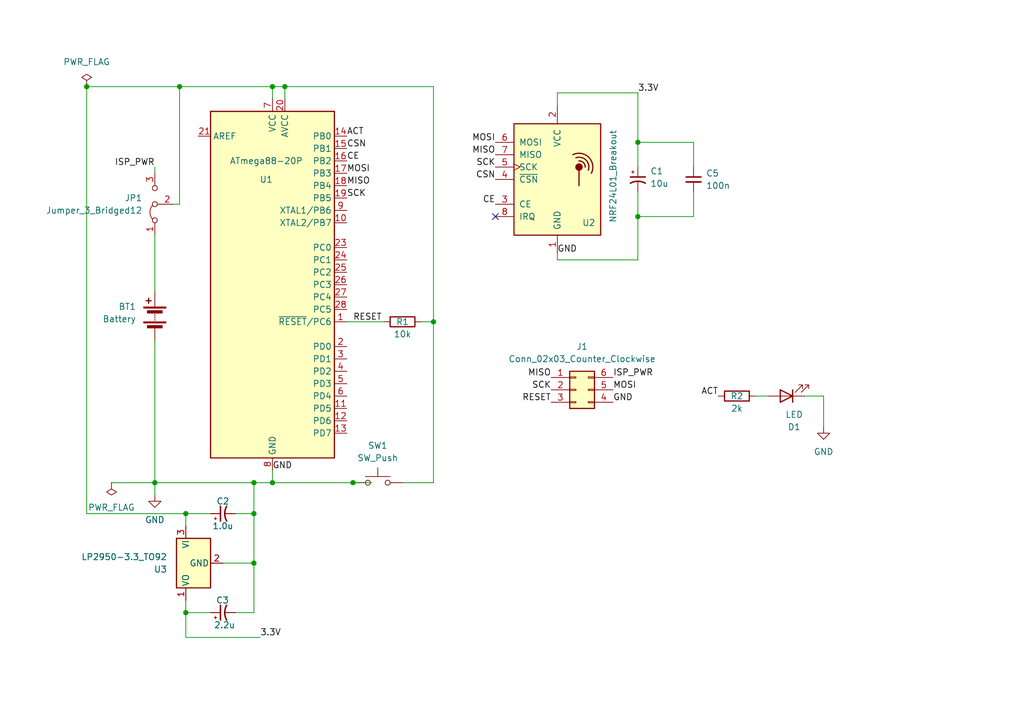
<source format=kicad_sch>
(kicad_sch (version 20230121) (generator eeschema)
  (paper "A5")
  (lib_symbols
    (symbol "Connector_Generic:Conn_02x03_Counter_Clockwise" (pin_names (offset 1.016) hide)
      (property "Reference" "J" (at 1.27 5.08 0))
      (property "Value" "Conn_02x03_Counter_Clockwise" (at 1.27 -5.08 0))
      (symbol "Conn_02x03_Counter_Clockwise_1_1"
        (rectangle (start -1.27 -2.413) (end 0 -2.667) (stroke (width 0.1524)))
        (rectangle (start -1.27 0.127) (end 0 -0.127) (stroke (width 0.1524)))
        (rectangle (start -1.27 2.667) (end 0 2.413) (stroke (width 0.1524)))
        (rectangle (start -1.27 3.81) (end 3.81 -3.81) (stroke (width 0.254)) (fill (type background)))
        (rectangle (start 3.81 -2.413) (end 2.54 -2.667) (stroke (width 0.1524)))
        (rectangle (start 3.81 0.127) (end 2.54 -0.127) (stroke (width 0.1524)))
        (rectangle (start 3.81 2.667) (end 2.54 2.413) (stroke (width 0.1524)))
        (pin passive line (at -5.08 2.54 0) (length 3.81) (name "Pin_1") (number "1"))
        (pin passive line (at -5.08 0 0) (length 3.81) (name "Pin_2") (number "2"))
        (pin passive line (at -5.08 -2.54 0) (length 3.81) (name "Pin_3") (number "3"))
        (pin passive line (at 7.62 -2.54 180) (length 3.81) (name "Pin_4") (number "4"))
        (pin passive line (at 7.62 0 180) (length 3.81) (name "Pin_5") (number "5"))
        (pin passive line (at 7.62 2.54 180) (length 3.81) (name "Pin_6") (number "6"))
      )
    )
    (symbol "Device:Battery" (pin_numbers hide) (pin_names (offset 0) hide)
      (property "Reference" "BT" (at 2.54 2.54 0))
      (property "Value" "Battery" (at 2.54 0 0))
      (symbol "Battery_0_1"
        (rectangle (start -2.286 -1.27) (end 2.286 -1.524) (fill (type outline)))
        (rectangle (start -2.286 1.778) (end 2.286 1.524) (fill (type outline)))
        (rectangle (start -1.524 -2.032) (end 1.524 -2.54) (fill (type outline)))
        (rectangle (start -1.524 1.016) (end 1.524 0.508) (fill (type outline)))
        (polyline (pts (xy 0 -1.016) (xy 0 -0.762)))
        (polyline (pts (xy 0 -0.508) (xy 0 -0.254)))
        (polyline (pts (xy 0 0) (xy 0 0.254)))
        (polyline (pts (xy 0 1.778) (xy 0 2.54)))
        (polyline (pts (xy 0.762 3.048) (xy 1.778 3.048)) (stroke (width 0.254)))
        (polyline (pts (xy 1.27 3.556) (xy 1.27 2.54)) (stroke (width 0.254)))
      )
      (symbol "Battery_1_1"
        (pin passive line (at 0 5.08 270) (length 2.54) (name "+") (number "1"))
        (pin passive line (at 0 -5.08 90) (length 2.54) (name "-") (number "2"))
      )
    )
    (symbol "Device:C_Polarized_Small_US" (pin_numbers hide) (pin_names (offset 0.254) hide)
      (property "Reference" "C" (at 0.254 1.778 0))
      (property "Value" "C_Polarized_Small_US" (at 0.254 -2.032 0))
      (symbol "C_Polarized_Small_US_0_1"
        (polyline (pts (xy -1.524 0.508) (xy 1.524 0.508)) (stroke (width 0.3048)))
        (polyline (pts (xy -1.27 1.524) (xy -0.762 1.524)))
        (polyline (pts (xy -1.016 1.27) (xy -1.016 1.778)))
        (arc (start 1.524 -0.762) (mid 0 -0.3734) (end -1.524 -0.762) (stroke (width 0.3048)))
      )
      (symbol "C_Polarized_Small_US_1_1"
        (pin passive line (at 0 2.54 270) (length 2.032) (name "~") (number "1"))
        (pin passive line (at 0 -2.54 90) (length 2.032) (name "~") (number "2"))
      )
    )
    (symbol "Device:C_Small" (pin_numbers hide) (pin_names (offset 0.254) hide)
      (property "Reference" "C" (at 0.254 1.778 0))
      (property "Value" "C_Small" (at 0.254 -2.032 0))
      (symbol "C_Small_0_1"
        (polyline (pts (xy -1.524 -0.508) (xy 1.524 -0.508)) (stroke (width 0.3302)))
        (polyline (pts (xy -1.524 0.508) (xy 1.524 0.508)) (stroke (width 0.3048)))
      )
      (symbol "C_Small_1_1"
        (pin passive line (at 0 2.54 270) (length 2.032) (name "~") (number "1"))
        (pin passive line (at 0 -2.54 90) (length 2.032) (name "~") (number "2"))
      )
    )
    (symbol "Device:LED" (pin_numbers hide) (pin_names (offset 1.016) hide)
      (property "Reference" "D" (at 0 2.54 0))
      (property "Value" "LED" (at 0 -2.54 0))
      (symbol "LED_0_1"
        (polyline (pts (xy -1.27 -1.27) (xy -1.27 1.27)) (stroke (width 0.254)))
        (polyline (pts (xy -1.27 0) (xy 1.27 0)))
        (polyline (pts (xy 1.27 -1.27) (xy 1.27 1.27) (xy -1.27 0) (xy 1.27 -1.27)) (stroke (width 0.254)))
        (polyline (pts (xy -3.048 -0.762) (xy -4.572 -2.286) (xy -3.81 -2.286) (xy -4.572 -2.286) (xy -4.572 -1.524)))
        (polyline (pts (xy -1.778 -0.762) (xy -3.302 -2.286) (xy -2.54 -2.286) (xy -3.302 -2.286) (xy -3.302 -1.524)))
      )
      (symbol "LED_1_1"
        (pin passive line (at -3.81 0 0) (length 2.54) (name "K") (number "1"))
        (pin passive line (at 3.81 0 180) (length 2.54) (name "A") (number "2"))
      )
    )
    (symbol "Device:R" (pin_numbers hide) (pin_names (offset 0))
      (property "Reference" "R" (at 2.032 0 90))
      (property "Value" "R" (at 0 0 90))
      (symbol "R_0_1"
        (rectangle (start -1.016 -2.54) (end 1.016 2.54) (stroke (width 0.254)))
      )
      (symbol "R_1_1"
        (pin passive line (at 0 3.81 270) (length 1.27) (name "~") (number "1"))
        (pin passive line (at 0 -3.81 90) (length 1.27) (name "~") (number "2"))
      )
    )
    (symbol "Jumper:Jumper_3_Bridged12" (pin_names (offset 0) hide)
      (property "Reference" "JP" (at -2.54 -2.54 0))
      (property "Value" "Jumper_3_Bridged12" (at 0 2.794 0))
      (symbol "Jumper_3_Bridged12_0_0"
        (circle (center -3.302 0) (radius 0.508))
        (circle (center 0 0) (radius 0.508))
        (circle (center 3.302 0) (radius 0.508))
      )
      (symbol "Jumper_3_Bridged12_0_1"
        (arc (start -0.254 0.508) (mid -1.651 0.9912) (end -3.048 0.508))
        (polyline (pts (xy 0 -1.27) (xy 0 -0.508)))
      )
      (symbol "Jumper_3_Bridged12_1_1"
        (pin passive line (at -6.35 0 0) (length 2.54) (name "A") (number "1"))
        (pin passive line (at 0 -3.81 90) (length 2.54) (name "C") (number "2"))
        (pin passive line (at 6.35 0 180) (length 2.54) (name "B") (number "3"))
      )
    )
    (symbol "MCU_Microchip_ATmega:ATmega88-20P"
      (property "Reference" "U" (at -12.7 36.83 0))
      (property "Value" "ATmega88-20P" (at 2.54 -36.83 0))
      (symbol "ATmega88-20P_0_1"
        (rectangle (start -12.7 -35.56) (end 12.7 35.56) (stroke (width 0.254)) (fill (type background)))
      )
      (symbol "ATmega88-20P_1_1"
        (pin bidirectional line (at 15.24 -7.62 180) (length 2.54) (name "~{RESET}/PC6") (number "1"))
        (pin bidirectional line (at 15.24 12.7 180) (length 2.54) (name "XTAL2/PB7") (number "10"))
        (pin bidirectional line (at 15.24 -25.4 180) (length 2.54) (name "PD5") (number "11"))
        (pin bidirectional line (at 15.24 -27.94 180) (length 2.54) (name "PD6") (number "12"))
        (pin bidirectional line (at 15.24 -30.48 180) (length 2.54) (name "PD7") (number "13"))
        (pin bidirectional line (at 15.24 30.48 180) (length 2.54) (name "PB0") (number "14"))
        (pin bidirectional line (at 15.24 27.94 180) (length 2.54) (name "PB1") (number "15"))
        (pin bidirectional line (at 15.24 25.4 180) (length 2.54) (name "PB2") (number "16"))
        (pin bidirectional line (at 15.24 22.86 180) (length 2.54) (name "PB3") (number "17"))
        (pin bidirectional line (at 15.24 20.32 180) (length 2.54) (name "PB4") (number "18"))
        (pin bidirectional line (at 15.24 17.78 180) (length 2.54) (name "PB5") (number "19"))
        (pin bidirectional line (at 15.24 -12.7 180) (length 2.54) (name "PD0") (number "2"))
        (pin power_in line (at 2.54 38.1 270) (length 2.54) (name "AVCC") (number "20"))
        (pin passive line (at -15.24 30.48 0) (length 2.54) (name "AREF") (number "21"))
        (pin passive line (at 0 -38.1 90) (length 2.54) hide (name "GND") (number "22"))
        (pin bidirectional line (at 15.24 7.62 180) (length 2.54) (name "PC0") (number "23"))
        (pin bidirectional line (at 15.24 5.08 180) (length 2.54) (name "PC1") (number "24"))
        (pin bidirectional line (at 15.24 2.54 180) (length 2.54) (name "PC2") (number "25"))
        (pin bidirectional line (at 15.24 0 180) (length 2.54) (name "PC3") (number "26"))
        (pin bidirectional line (at 15.24 -2.54 180) (length 2.54) (name "PC4") (number "27"))
        (pin bidirectional line (at 15.24 -5.08 180) (length 2.54) (name "PC5") (number "28"))
        (pin bidirectional line (at 15.24 -15.24 180) (length 2.54) (name "PD1") (number "3"))
        (pin bidirectional line (at 15.24 -17.78 180) (length 2.54) (name "PD2") (number "4"))
        (pin bidirectional line (at 15.24 -20.32 180) (length 2.54) (name "PD3") (number "5"))
        (pin bidirectional line (at 15.24 -22.86 180) (length 2.54) (name "PD4") (number "6"))
        (pin power_in line (at 0 38.1 270) (length 2.54) (name "VCC") (number "7"))
        (pin power_in line (at 0 -38.1 90) (length 2.54) (name "GND") (number "8"))
        (pin bidirectional line (at 15.24 15.24 180) (length 2.54) (name "XTAL1/PB6") (number "9"))
      )
    )
    (symbol "RF:NRF24L01_Breakout" (pin_names (offset 1.016))
      (property "Reference" "U" (at -8.89 12.7 0))
      (property "Value" "NRF24L01_Breakout" (at 3.81 12.7 0))
      (symbol "NRF24L01_Breakout_0_1"
        (rectangle (start -8.89 11.43) (end 8.89 -11.43) (stroke (width 0.254)) (fill (type background)))
        (polyline (pts (xy 4.445 1.905) (xy 4.445 -1.27)) (stroke (width 0.254)))
        (circle (center 4.445 2.54) (radius 0.635) (stroke (width 0.254)) (fill (type outline)))
        (arc (start 5.715 2.54) (mid 5.3521 3.4546) (end 4.445 3.81) (stroke (width 0.254)))
        (arc (start 6.35 1.905) (mid 5.8763 3.9854) (end 3.81 4.445) (stroke (width 0.254)))
        (arc (start 6.985 1.27) (mid 6.453 4.548) (end 3.175 5.08) (stroke (width 0.254)))
      )
      (symbol "NRF24L01_Breakout_1_1"
        (pin power_in line (at 0 -15.24 90) (length 3.81) (name "GND") (number "1"))
        (pin power_in line (at 0 15.24 270) (length 3.81) (name "VCC") (number "2"))
        (pin input line (at -12.7 -5.08 0) (length 3.81) (name "CE") (number "3"))
        (pin input line (at -12.7 0 0) (length 3.81) (name "~{CSN}") (number "4"))
        (pin input clock (at -12.7 2.54 0) (length 3.81) (name "SCK") (number "5"))
        (pin input line (at -12.7 7.62 0) (length 3.81) (name "MOSI") (number "6"))
        (pin output line (at -12.7 5.08 0) (length 3.81) (name "MISO") (number "7"))
        (pin output line (at -12.7 -7.62 0) (length 3.81) (name "IRQ") (number "8"))
      )
    )
    (symbol "Regulator_Linear:LP2950-3.3_TO92" (pin_names (offset 0.254))
      (property "Reference" "U" (at -3.81 3.175 0))
      (property "Value" "LP2950-3.3_TO92" (at 0 3.175 0))
      (symbol "LP2950-3.3_TO92_0_1"
        (rectangle (start -5.08 -5.08) (end 5.08 1.905) (stroke (width 0.254)) (fill (type background)))
      )
      (symbol "LP2950-3.3_TO92_1_1"
        (pin power_out line (at 7.62 0 180) (length 2.54) (name "VO") (number "1"))
        (pin power_in line (at 0 -7.62 90) (length 2.54) (name "GND") (number "2"))
        (pin power_in line (at -7.62 0 0) (length 2.54) (name "VI") (number "3"))
      )
    )
    (symbol "Switch:SW_Push" (pin_numbers hide) (pin_names (offset 1.016) hide)
      (property "Reference" "SW" (at 1.27 2.54 0))
      (property "Value" "SW_Push" (at 0 -1.524 0))
      (symbol "SW_Push_0_1"
        (circle (center -2.032 0) (radius 0.508))
        (polyline (pts (xy 0 1.27) (xy 0 3.048)))
        (polyline (pts (xy 2.54 1.27) (xy -2.54 1.27)))
        (circle (center 2.032 0) (radius 0.508))
        (pin passive line (at -5.08 0 0) (length 2.54) (name "1") (number "1"))
        (pin passive line (at 5.08 0 180) (length 2.54) (name "2") (number "2"))
      )
    )
    (symbol "power:GND" (power) (pin_names (offset 0))
      (property "Value" "GND" (at 0 -3.81 0))
      (symbol "GND_0_1"
        (polyline (pts (xy 0 0) (xy 0 -1.27) (xy 1.27 -1.27) (xy 0 -2.54) (xy -1.27 -1.27) (xy 0 -1.27)))
      )
      (symbol "GND_1_1"
        (pin power_in line (at 0 0 270) (length 0) hide (name "GND") (number "1"))
      )
    )
    (symbol "power:PWR_FLAG" (power) (pin_numbers hide) (pin_names (offset 0) hide)
      (property "Value" "PWR_FLAG" (at 0 3.81 0))
      (symbol "PWR_FLAG_0_0"
        (pin power_out line (at 0 0 90) (length 0) (name "pwr") (number "1"))
      )
      (symbol "PWR_FLAG_0_1"
        (polyline (pts (xy 0 0) (xy 0 1.27) (xy -1.016 1.905) (xy 0 2.54) (xy 1.016 1.905) (xy 0 1.27)))
      )
    )
  )
  (junction (at 36.83 17.78))
  (junction (at 130.81 44.45))
  (junction (at 55.88 99.06))
  (junction (at 38.1 125.73))
  (junction (at 52.07 115.57))
  (junction (at 38.1 105.41))
  (junction (at 52.07 99.06))
  (junction (at 31.75 99.06))
  (junction (at 58.42 17.78))
  (junction (at 52.07 105.41))
  (junction (at 88.9 66.04))
  (junction (at 72.39 99.06))
  (junction (at 130.81 29.21))
  (junction (at 17.78 17.78))
  (junction (at 55.88 17.78))
  (no_connect (at 101.6 44.45))
  (wire (pts (xy 17.78 17.78) (xy 36.83 17.78)))
  (wire (pts (xy 38.1 130.81) (xy 53.34 130.81)))
  (wire (pts (xy 38.1 107.95) (xy 38.1 105.41)))
  (wire (pts (xy 52.07 115.57) (xy 52.07 105.41)))
  (wire (pts (xy 130.81 44.45) (xy 130.81 53.34)))
  (wire (pts (xy 31.75 48.26) (xy 31.75 59.69)))
  (wire (pts (xy 48.26 125.73) (xy 52.07 125.73)))
  (wire (pts (xy 17.78 105.41) (xy 38.1 105.41)))
  (wire (pts (xy 38.1 105.41) (xy 43.18 105.41)))
  (wire (pts (xy 17.78 105.41) (xy 17.78 17.78)))
  (wire (pts (xy 38.1 125.73) (xy 43.18 125.73)))
  (wire (pts (xy 31.75 99.06) (xy 31.75 101.6)))
  (wire (pts (xy 78.74 66.04) (xy 71.12 66.04)))
  (wire (pts (xy 72.39 99.06) (xy 55.88 99.06)))
  (wire (pts (xy 55.88 99.06) (xy 55.88 96.52)))
  (wire (pts (xy 130.81 29.21) (xy 130.81 34.29)))
  (wire (pts (xy 38.1 125.73) (xy 38.1 130.81)))
  (wire (pts (xy 88.9 66.04) (xy 88.9 99.06)))
  (wire (pts (xy 142.24 44.45) (xy 142.24 39.37)))
  (wire (pts (xy 48.26 105.41) (xy 52.07 105.41)))
  (wire (pts (xy 31.75 99.06) (xy 52.07 99.06)))
  (wire (pts (xy 130.81 53.34) (xy 114.3 53.34)))
  (wire (pts (xy 45.72 115.57) (xy 52.07 115.57)))
  (wire (pts (xy 58.42 17.78) (xy 88.9 17.78)))
  (wire (pts (xy 55.88 17.78) (xy 55.88 20.32)))
  (wire (pts (xy 114.3 19.05) (xy 130.81 19.05)))
  (wire (pts (xy 88.9 99.06) (xy 82.55 99.06)))
  (wire (pts (xy 165.1 81.28) (xy 168.91 81.28)))
  (wire (pts (xy 31.75 69.85) (xy 31.75 99.06)))
  (wire (pts (xy 58.42 17.78) (xy 58.42 20.32)))
  (wire (pts (xy 36.83 17.78) (xy 36.83 41.91)))
  (wire (pts (xy 88.9 66.04) (xy 86.36 66.04)))
  (wire (pts (xy 142.24 34.29) (xy 142.24 29.21)))
  (wire (pts (xy 31.75 34.29) (xy 31.75 35.56)))
  (wire (pts (xy 88.9 17.78) (xy 88.9 66.04)))
  (wire (pts (xy 114.3 53.34) (xy 114.3 52.07)))
  (wire (pts (xy 52.07 99.06) (xy 55.88 99.06)))
  (wire (pts (xy 168.91 81.28) (xy 168.91 87.63)))
  (wire (pts (xy 52.07 125.73) (xy 52.07 115.57)))
  (wire (pts (xy 114.3 21.59) (xy 114.3 19.05)))
  (wire (pts (xy 72.39 99.06) (xy 76.2 99.06)))
  (wire (pts (xy 154.94 81.28) (xy 157.48 81.28)))
  (wire (pts (xy 142.24 29.21) (xy 130.81 29.21)))
  (wire (pts (xy 130.81 44.45) (xy 142.24 44.45)))
  (wire (pts (xy 130.81 39.37) (xy 130.81 44.45)))
  (wire (pts (xy 130.81 19.05) (xy 130.81 29.21)))
  (wire (pts (xy 38.1 123.19) (xy 38.1 125.73)))
  (wire (pts (xy 35.56 41.91) (xy 36.83 41.91)))
  (wire (pts (xy 36.83 17.78) (xy 55.88 17.78)))
  (wire (pts (xy 58.42 17.78) (xy 55.88 17.78)))
  (wire (pts (xy 52.07 105.41) (xy 52.07 99.06)))
  (wire (pts (xy 22.86 99.06) (xy 31.75 99.06)))
  (label "MOSI" (at 125.73 80.01 0))
  (label "3.3V" (at 53.34 130.81 0))
  (label "GND" (at 114.3 52.07 0))
  (label "GND" (at 125.73 82.55 0))
  (label "ACT" (at 71.12 27.94 0))
  (label "3.3V" (at 130.81 19.05 0))
  (label "ISP_PWR" (at 31.75 34.29 180))
  (label "MISO" (at 113.03 77.47 180))
  (label "MOSI" (at 101.6 29.21 180))
  (label "GND" (at 55.88 96.52 0))
  (label "ACT" (at 147.32 81.28 180))
  (label "CSN" (at 101.6 36.83 180))
  (label "SCK" (at 101.6 34.29 180))
  (label "SCK" (at 113.03 80.01 180))
  (label "MISO" (at 101.6 31.75 180))
  (label "ISP_PWR" (at 125.73 77.47 0))
  (label "RESET" (at 113.03 82.55 180))
  (label "CE" (at 71.12 33.02 0))
  (label "MOSI" (at 71.12 35.56 0))
  (label "RESET" (at 72.39 66.04 0))
  (label "CE" (at 101.6 41.91 180))
  (label "MISO" (at 71.12 38.1 0))
  (label "CSN" (at 71.12 30.48 0))
  (label "SCK" (at 71.12 40.64 0))
  (symbol (lib_id "Device:C_Small") (at 142.24 36.83 0) (unit 1)
    (property "Reference" "C5" (at 144.78 35.5663 0) (effects (justify left)))
    (property "Value" "100n" (at 144.78 38.1063 0) (effects (justify left)))
    (property "Footprint" "Capacitor_THT:C_Disc_D5.0mm_W2.5mm_P5.00mm" (effects hide))
  )
  (symbol (lib_id "RF:NRF24L01_Breakout") (at 114.3 36.83 0) (unit 1)
    (property "Reference" "U2" (at 119.38 45.72 0) (effects (justify left)))
    (property "Value" "NRF24L01_Breakout" (at 125.73 45.72 90) (effects (justify left)))
    (property "Footprint" "RF_Module:nRF24L01_Breakout" (effects hide))
    (property "Datasheet" "http://www.nordicsemi.com/eng/content/download/2730/34105/file/nRF24L01_Product_Specification_v2_0.pdf" (effects hide))
  )
  (symbol (lib_id "MCU_Microchip_ATmega:ATmega88-20P") (at 55.88 58.42 0) (unit 1)
    (property "Reference" "U1" (at 54.61 36.83 0))
    (property "Value" "ATmega88-20P" (at 54.61 33.02 0))
    (property "Footprint" "Package_DIP:DIP-28_W7.62mm" (effects hide))
    (property "Datasheet" "http://ww1.microchip.com/downloads/en/DeviceDoc/Atmel-2545-8-bit-AVR-Microcontroller-ATmega48-88-168_Datasheet.pdf" (effects hide))
  )
  (symbol (lib_id "Device:C_Polarized_Small_US") (at 45.72 125.73 90) (unit 1)
    (property "Reference" "C3" (at 46.99 123.19 90) (effects (justify left)))
    (property "Value" "2.2u" (at 48.26 128.27 90) (effects (justify left)))
    (property "Footprint" "Capacitor_THT:CP_Radial_D6.3mm_P2.50mm" (effects hide))
  )
  (symbol (lib_id "Switch:SW_Push") (at 77.47 99.06 0) (unit 1)
    (property "Reference" "SW1" (at 77.47 91.44 0))
    (property "Value" "SW_Push" (at 77.47 93.98 0))
    (property "Footprint" "Button_Switch_THT:SW_PUSH_6mm" (effects hide))
  )
  (symbol (lib_id "Device:C_Polarized_Small_US") (at 130.81 36.83 0) (unit 1)
    (property "Reference" "C1" (at 133.35 35.1282 0) (effects (justify left)))
    (property "Value" "10u" (at 133.35 37.6682 0) (effects (justify left)))
    (property "Footprint" "Capacitor_THT:CP_Radial_D6.3mm_P2.50mm" (effects hide))
  )
  (symbol (lib_id "Connector_Generic:Conn_02x03_Counter_Clockwise") (at 118.11 80.01 0) (unit 1)
    (property "Reference" "J1" (at 119.38 71.12 0))
    (property "Value" "Conn_02x03_Counter_Clockwise" (at 119.38 73.66 0))
    (property "Footprint" "Connector_PinHeader_2.54mm:PinHeader_2x03_P2.54mm_Vertical" (effects hide))
  )
  (symbol (lib_id "Device:R") (at 82.55 66.04 90) (unit 1)
    (property "Reference" "R1" (at 82.55 66.04 90))
    (property "Value" "10k" (at 82.55 68.58 90))
    (property "Footprint" "Resistor_THT:R_Axial_DIN0309_L9.0mm_D3.2mm_P12.70mm_Horizontal" (effects hide))
  )
  (symbol (lib_id "power:GND") (at 31.75 101.6 0) (unit 1)
    (property "Reference" "#PWR02" (effects hide))
    (property "Value" "GND" (at 31.75 106.68 0))
  )
  (symbol (lib_id "Device:R") (at 151.13 81.28 90) (unit 1)
    (property "Reference" "R2" (at 151.13 81.28 90))
    (property "Value" "2k" (at 151.13 83.82 90))
    (property "Footprint" "Resistor_THT:R_Axial_DIN0309_L9.0mm_D3.2mm_P12.70mm_Horizontal" (effects hide))
  )
  (symbol (lib_id "power:PWR_FLAG") (at 22.86 99.06 180) (unit 1)
    (property "Reference" "#FLG01" (effects hide))
    (property "Value" "PWR_FLAG" (at 22.86 104.14 0))
  )
  (symbol (lib_id "power:GND") (at 168.91 87.63 0) (unit 1)
    (property "Reference" "#PWR01" (effects hide))
    (property "Value" "GND" (at 168.91 92.71 0))
  )
  (symbol (lib_id "power:PWR_FLAG") (at 17.78 17.78 0) (unit 1)
    (property "Reference" "#FLG02" (effects hide))
    (property "Value" "PWR_FLAG" (at 17.78 12.7 0))
  )
  (symbol (lib_id "Jumper:Jumper_3_Bridged12") (at 31.75 41.91 90) (unit 1)
    (property "Reference" "JP1" (at 29.21 40.64 90) (effects (justify left)))
    (property "Value" "Jumper_3_Bridged12" (at 29.21 43.18 90) (effects (justify left)))
    (property "Footprint" "Connector_PinHeader_2.54mm:PinHeader_1x03_P2.54mm_Vertical" (effects hide))
  )
  (symbol (lib_id "Device:C_Polarized_Small_US") (at 45.72 105.41 90) (unit 1)
    (property "Reference" "C2" (at 45.72 102.87 90))
    (property "Value" "1.0u" (at 45.72 107.95 90))
    (property "Footprint" "Capacitor_THT:CP_Radial_D6.3mm_P2.50mm" (effects hide))
  )
  (symbol (lib_id "Device:Battery") (at 31.75 64.77 0) (mirror y) (unit 1)
    (property "Reference" "BT1" (at 27.94 62.9285 0) (effects (justify left)))
    (property "Value" "Battery" (at 27.94 65.4685 0) (effects (justify left)))
    (property "Footprint" "Connector_JST:JST_EH_B2B-EH-A_1x02_P2.50mm_Vertical" (effects hide))
  )
  (symbol (lib_id "Device:LED") (at 161.29 81.28 180) (unit 1)
    (property "Reference" "D1" (at 162.8775 87.63 0))
    (property "Value" "LED" (at 162.8775 85.09 0))
    (property "Footprint" "LED_THT:LED_D3.0mm_FlatTop" (effects hide))
  )
  (symbol (lib_id "Regulator_Linear:LP2950-3.3_TO92") (at 38.1 115.57 90) (mirror x) (unit 1)
    (property "Reference" "U3" (at 34.29 116.84 90) (effects (justify left)))
    (property "Value" "LP2950-3.3_TO92" (at 34.29 114.3 90) (effects (justify left)))
    (property "Footprint" "Package_TO_SOT_THT:TO-92_Inline" (effects hide))
    (property "Datasheet" "http://www.ti.com/lit/ds/symlink/lp2950.pdf" (effects hide))
  )
)
</source>
